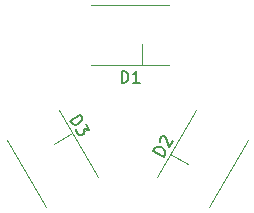
<source format=gbr>
G04 #@! TF.GenerationSoftware,KiCad,Pcbnew,(5.1.2)-2*
G04 #@! TF.CreationDate,2019-12-06T21:05:31-06:00*
G04 #@! TF.ProjectId,RGBSL,52474253-4c2e-46b6-9963-61645f706362,rev?*
G04 #@! TF.SameCoordinates,Original*
G04 #@! TF.FileFunction,Legend,Top*
G04 #@! TF.FilePolarity,Positive*
%FSLAX46Y46*%
G04 Gerber Fmt 4.6, Leading zero omitted, Abs format (unit mm)*
G04 Created by KiCad (PCBNEW (5.1.2)-2) date 2019-12-06 21:05:31*
%MOMM*%
%LPD*%
G04 APERTURE LIST*
%ADD10C,0.120000*%
%ADD11C,0.150000*%
G04 APERTURE END LIST*
D10*
X141137705Y-55254118D02*
X139597911Y-56143118D01*
X143296705Y-58993616D02*
X139994705Y-53274384D01*
X138897295Y-61533616D02*
X135595295Y-55814384D01*
X149438295Y-57013882D02*
X150978089Y-57902882D01*
X151597295Y-53274384D02*
X148295295Y-58993616D01*
X155996705Y-55814384D02*
X152694705Y-61533616D01*
X147066000Y-49530000D02*
X147066000Y-47752000D01*
X142748000Y-49530000D02*
X149352000Y-49530000D01*
X142748000Y-44450000D02*
X149352000Y-44450000D01*
D11*
X140971178Y-54196981D02*
X141837204Y-53696981D01*
X141956252Y-53903177D01*
X141986441Y-54050705D01*
X141951581Y-54180802D01*
X141892912Y-54269661D01*
X141751764Y-54406138D01*
X141628047Y-54477567D01*
X141439280Y-54531565D01*
X141332992Y-54537945D01*
X141202894Y-54503086D01*
X141090226Y-54403177D01*
X140971178Y-54196981D01*
X142289585Y-54480528D02*
X142599109Y-55016639D01*
X142102528Y-54918440D01*
X142173956Y-55042157D01*
X142180336Y-55148446D01*
X142162906Y-55213494D01*
X142104237Y-55302353D01*
X141898040Y-55421400D01*
X141791752Y-55427780D01*
X141726704Y-55410350D01*
X141637845Y-55351681D01*
X141494988Y-55104245D01*
X141488608Y-54997957D01*
X141506038Y-54932908D01*
X148866725Y-57253399D02*
X148000700Y-56753399D01*
X148119747Y-56547203D01*
X148232415Y-56447294D01*
X148362513Y-56412435D01*
X148468801Y-56418814D01*
X148657568Y-56472813D01*
X148781286Y-56544242D01*
X148922434Y-56680719D01*
X148981103Y-56769578D01*
X149015962Y-56899675D01*
X148985773Y-57047203D01*
X148866725Y-57253399D01*
X148559369Y-55976232D02*
X148541939Y-55911183D01*
X148548319Y-55804895D01*
X148667367Y-55598699D01*
X148756225Y-55540030D01*
X148821274Y-55522600D01*
X148927562Y-55528980D01*
X149010040Y-55576599D01*
X149109949Y-55689266D01*
X149319106Y-56469852D01*
X149628630Y-55933741D01*
X145311904Y-50998380D02*
X145311904Y-49998380D01*
X145550000Y-49998380D01*
X145692857Y-50046000D01*
X145788095Y-50141238D01*
X145835714Y-50236476D01*
X145883333Y-50426952D01*
X145883333Y-50569809D01*
X145835714Y-50760285D01*
X145788095Y-50855523D01*
X145692857Y-50950761D01*
X145550000Y-50998380D01*
X145311904Y-50998380D01*
X146835714Y-50998380D02*
X146264285Y-50998380D01*
X146550000Y-50998380D02*
X146550000Y-49998380D01*
X146454761Y-50141238D01*
X146359523Y-50236476D01*
X146264285Y-50284095D01*
M02*

</source>
